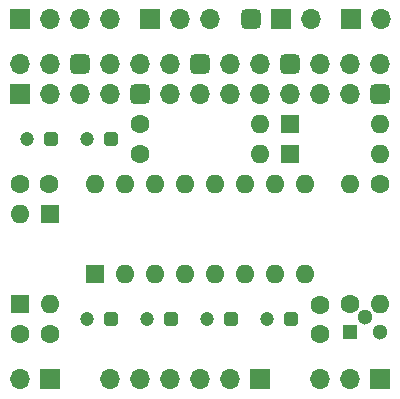
<source format=gbr>
%TF.GenerationSoftware,KiCad,Pcbnew,(6.0.9)*%
%TF.CreationDate,2023-02-09T17:54:21+01:00*%
%TF.ProjectId,piTelex_V10_1.0.0,70695465-6c65-4785-9f56-31305f312e30,1.0.0 -JK-*%
%TF.SameCoordinates,Original*%
%TF.FileFunction,Soldermask,Top*%
%TF.FilePolarity,Negative*%
%FSLAX46Y46*%
G04 Gerber Fmt 4.6, Leading zero omitted, Abs format (unit mm)*
G04 Created by KiCad (PCBNEW (6.0.9)) date 2023-02-09 17:54:21*
%MOMM*%
%LPD*%
G01*
G04 APERTURE LIST*
G04 Aperture macros list*
%AMRoundRect*
0 Rectangle with rounded corners*
0 $1 Rounding radius*
0 $2 $3 $4 $5 $6 $7 $8 $9 X,Y pos of 4 corners*
0 Add a 4 corners polygon primitive as box body*
4,1,4,$2,$3,$4,$5,$6,$7,$8,$9,$2,$3,0*
0 Add four circle primitives for the rounded corners*
1,1,$1+$1,$2,$3*
1,1,$1+$1,$4,$5*
1,1,$1+$1,$6,$7*
1,1,$1+$1,$8,$9*
0 Add four rect primitives between the rounded corners*
20,1,$1+$1,$2,$3,$4,$5,0*
20,1,$1+$1,$4,$5,$6,$7,0*
20,1,$1+$1,$6,$7,$8,$9,0*
20,1,$1+$1,$8,$9,$2,$3,0*%
G04 Aperture macros list end*
%ADD10C,1.600000*%
%ADD11O,1.600000X1.600000*%
%ADD12R,1.600000X1.600000*%
%ADD13R,1.700000X1.700000*%
%ADD14O,1.700000X1.700000*%
%ADD15C,1.200000*%
%ADD16RoundRect,0.300000X-0.300000X-0.300000X0.300000X-0.300000X0.300000X0.300000X-0.300000X0.300000X0*%
%ADD17RoundRect,0.425000X0.425000X-0.425000X0.425000X0.425000X-0.425000X0.425000X-0.425000X-0.425000X0*%
%ADD18R,1.300000X1.300000*%
%ADD19C,1.300000*%
%ADD20RoundRect,0.425000X-0.425000X0.425000X-0.425000X-0.425000X0.425000X-0.425000X0.425000X0.425000X0*%
G04 APERTURE END LIST*
D10*
%TO.C,R2*%
X94920000Y-79680000D03*
D11*
X105080000Y-79680000D03*
%TD*%
D10*
%TO.C,C8*%
X87300000Y-94920000D03*
X84800000Y-94920000D03*
%TD*%
D12*
%TO.C,D4*%
X107620000Y-79680000D03*
D11*
X115240000Y-79680000D03*
%TD*%
D10*
%TO.C,C7*%
X87280000Y-82220000D03*
X84780000Y-82220000D03*
%TD*%
%TO.C,R1*%
X94920000Y-77140000D03*
D11*
X105080000Y-77140000D03*
%TD*%
D13*
%TO.C,J2*%
X95809000Y-68250000D03*
D14*
X98349000Y-68250000D03*
X100889000Y-68250000D03*
%TD*%
D15*
%TO.C,C6*%
X105715000Y-93650000D03*
D16*
X107715000Y-93650000D03*
%TD*%
D10*
%TO.C,R4*%
X115240000Y-82220000D03*
D11*
X115240000Y-92380000D03*
%TD*%
D15*
%TO.C,C4*%
X95555000Y-93650000D03*
D16*
X97555000Y-93650000D03*
%TD*%
D17*
%TO.C,J3*%
X104318000Y-68250000D03*
D13*
X106858000Y-68250000D03*
D14*
X109398000Y-68250000D03*
%TD*%
D18*
%TO.C,Q1*%
X112700000Y-94735000D03*
D19*
X113980000Y-93465000D03*
X115240000Y-94735000D03*
%TD*%
D13*
%TO.C,J7*%
X115240000Y-98730000D03*
D14*
X112700000Y-98730000D03*
X110160000Y-98730000D03*
%TD*%
D13*
%TO.C,J1*%
X84760000Y-68250000D03*
D14*
X87300000Y-68250000D03*
X89840000Y-68250000D03*
X92380000Y-68250000D03*
%TD*%
D13*
%TO.C,J5*%
X87300000Y-98730000D03*
D14*
X84760000Y-98730000D03*
%TD*%
D15*
%TO.C,C1*%
X85395000Y-78410000D03*
D16*
X87395000Y-78410000D03*
%TD*%
D12*
%TO.C,D2*%
X87300000Y-84760000D03*
D11*
X87300000Y-92380000D03*
%TD*%
D15*
%TO.C,C5*%
X100635000Y-93650000D03*
D16*
X102635000Y-93650000D03*
%TD*%
D15*
%TO.C,C3*%
X90475000Y-93650000D03*
D16*
X92475000Y-93650000D03*
%TD*%
D13*
%TO.C,J4*%
X112822000Y-68250000D03*
D14*
X115362000Y-68250000D03*
%TD*%
D10*
%TO.C,C9*%
X110160000Y-94920000D03*
X110160000Y-92420000D03*
%TD*%
D13*
%TO.C,J6*%
X105080000Y-98730000D03*
D14*
X102540000Y-98730000D03*
X100000000Y-98730000D03*
X97460000Y-98730000D03*
X94920000Y-98730000D03*
X92380000Y-98730000D03*
%TD*%
D12*
%TO.C,D3*%
X107620000Y-77140000D03*
D11*
X115240000Y-77140000D03*
%TD*%
D10*
%TO.C,R3*%
X112700000Y-92380000D03*
D11*
X112700000Y-82220000D03*
%TD*%
D15*
%TO.C,C2*%
X90475000Y-78410000D03*
D16*
X92475000Y-78410000D03*
%TD*%
D12*
%TO.C,D1*%
X84760000Y-92380000D03*
D11*
X84760000Y-84760000D03*
%TD*%
D12*
%TO.C,U1*%
X91110000Y-89840000D03*
D11*
X93650000Y-89840000D03*
X96190000Y-89840000D03*
X98730000Y-89840000D03*
X101270000Y-89840000D03*
X103810000Y-89840000D03*
X106350000Y-89840000D03*
X108890000Y-89840000D03*
X108890000Y-82220000D03*
X106350000Y-82220000D03*
X103810000Y-82220000D03*
X101270000Y-82220000D03*
X98730000Y-82220000D03*
X96190000Y-82220000D03*
X93650000Y-82220000D03*
X91110000Y-82220000D03*
%TD*%
D13*
%TO.C,J8*%
X84760000Y-74600000D03*
D14*
X84760000Y-72060000D03*
X87300000Y-74600000D03*
X87300000Y-72060000D03*
X89840000Y-74600000D03*
D20*
X89840000Y-72060000D03*
D14*
X92380000Y-74600000D03*
X92380000Y-72060000D03*
D20*
X94920000Y-74600000D03*
D14*
X94920000Y-72060000D03*
X97460000Y-74600000D03*
X97460000Y-72060000D03*
X100000000Y-74600000D03*
D20*
X100000000Y-72060000D03*
D14*
X102540000Y-74600000D03*
X102540000Y-72060000D03*
X105080000Y-74600000D03*
X105080000Y-72060000D03*
X107620000Y-74600000D03*
D20*
X107620000Y-72060000D03*
D14*
X110160000Y-74600000D03*
X110160000Y-72060000D03*
X112700000Y-74600000D03*
X112700000Y-72060000D03*
D20*
X115240000Y-74600000D03*
D14*
X115240000Y-72060000D03*
%TD*%
M02*

</source>
